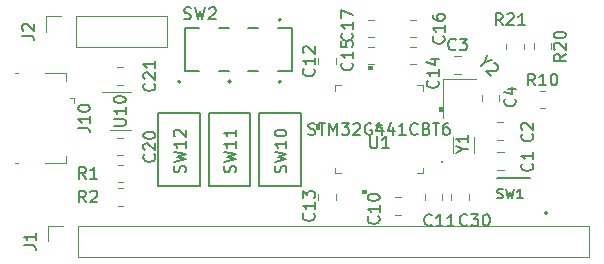
<source format=gbr>
%TF.GenerationSoftware,KiCad,Pcbnew,(5.1.4)-1*%
%TF.CreationDate,2022-06-12T13:28:02-07:00*%
%TF.ProjectId,ManySegDisplayController,4d616e79-5365-4674-9469-73706c617943,rev?*%
%TF.SameCoordinates,Original*%
%TF.FileFunction,Legend,Top*%
%TF.FilePolarity,Positive*%
%FSLAX46Y46*%
G04 Gerber Fmt 4.6, Leading zero omitted, Abs format (unit mm)*
G04 Created by KiCad (PCBNEW (5.1.4)-1) date 2022-06-12 13:28:02*
%MOMM*%
%LPD*%
G04 APERTURE LIST*
%ADD10C,0.120000*%
%ADD11C,0.100000*%
%ADD12C,0.200000*%
%ADD13C,0.127000*%
%ADD14C,0.150000*%
G04 APERTURE END LIST*
D10*
%TO.C,J2*%
X125420000Y-68000000D02*
X125420000Y-66670000D01*
X125420000Y-66670000D02*
X126750000Y-66670000D01*
X128020000Y-66670000D02*
X135700000Y-66670000D01*
X135700000Y-69330000D02*
X135700000Y-66670000D01*
X128020000Y-69330000D02*
X135700000Y-69330000D01*
X128020000Y-69330000D02*
X128020000Y-66670000D01*
%TO.C,U1*%
X157371100Y-72558900D02*
X156885140Y-72558900D01*
X149928900Y-72558900D02*
X149928900Y-73044860D01*
X149928900Y-80001100D02*
X150414860Y-80001100D01*
X157371100Y-80001100D02*
X157371100Y-79515140D01*
X157371100Y-73044860D02*
X157371100Y-72558900D01*
X150414860Y-72558900D02*
X149928900Y-72558900D01*
X149928900Y-79515140D02*
X149928900Y-80001100D01*
X156885140Y-80001100D02*
X157371100Y-80001100D01*
D11*
G36*
X159004899Y-74720501D02*
G01*
X159004899Y-74339501D01*
X158750899Y-74339501D01*
X158750899Y-74720501D01*
X159004899Y-74720501D01*
G37*
X159004899Y-74720501D02*
X159004899Y-74339501D01*
X158750899Y-74339501D01*
X158750899Y-74720501D01*
X159004899Y-74720501D01*
G36*
X153090499Y-71179101D02*
G01*
X153090499Y-70925101D01*
X152709499Y-70925101D01*
X152709499Y-71179101D01*
X153090499Y-71179101D01*
G37*
X153090499Y-71179101D02*
X153090499Y-70925101D01*
X152709499Y-70925101D01*
X152709499Y-71179101D01*
X153090499Y-71179101D01*
G36*
X148295101Y-76220501D02*
G01*
X148295101Y-75839500D01*
X148549101Y-75839500D01*
X148549101Y-76220501D01*
X148295101Y-76220501D01*
G37*
X148295101Y-76220501D02*
X148295101Y-75839500D01*
X148549101Y-75839500D01*
X148549101Y-76220501D01*
X148295101Y-76220501D01*
G36*
X152590500Y-81380899D02*
G01*
X152590500Y-81634899D01*
X152209500Y-81634899D01*
X152209500Y-81380899D01*
X152590500Y-81380899D01*
G37*
X152590500Y-81380899D02*
X152590500Y-81634899D01*
X152209500Y-81634899D01*
X152209500Y-81380899D01*
X152590500Y-81380899D01*
D10*
X159077101Y-79030000D02*
G75*
G03X159077101Y-79030000I-76200J0D01*
G01*
%TO.C,C15*%
X152738748Y-69265000D02*
X153261252Y-69265000D01*
X152738748Y-70735000D02*
X153261252Y-70735000D01*
%TO.C,Y1*%
X159935000Y-76925000D02*
X159935000Y-78275000D01*
X161685000Y-76925000D02*
X161685000Y-78275000D01*
%TO.C,R21*%
X164435000Y-69487064D02*
X164435000Y-69032936D01*
X165905000Y-69487064D02*
X165905000Y-69032936D01*
%TO.C,R20*%
X166735000Y-69447064D02*
X166735000Y-68992936D01*
X168205000Y-69447064D02*
X168205000Y-68992936D01*
%TO.C,R10*%
X167272936Y-74485000D02*
X167727064Y-74485000D01*
X167272936Y-73015000D02*
X167727064Y-73015000D01*
%TO.C,R2*%
X131522936Y-81265000D02*
X131977064Y-81265000D01*
X131522936Y-82735000D02*
X131977064Y-82735000D01*
%TO.C,R1*%
X131522936Y-79265000D02*
X131977064Y-79265000D01*
X131522936Y-80735000D02*
X131977064Y-80735000D01*
%TO.C,Y2*%
X161860000Y-71980000D02*
X159060000Y-71980000D01*
X159060000Y-71980000D02*
X159060000Y-75280000D01*
%TO.C,U10*%
X130850000Y-76360000D02*
X132650000Y-76360000D01*
X132650000Y-73140000D02*
X130200000Y-73140000D01*
D12*
%TO.C,SW12*%
X136850000Y-72240000D02*
G75*
G03X136850000Y-72240000I-100000J0D01*
G01*
D13*
X134980000Y-74890000D02*
X138520000Y-74890000D01*
X134980000Y-81090000D02*
X134980000Y-74890000D01*
X138520000Y-81090000D02*
X134980000Y-81090000D01*
X138520000Y-74890000D02*
X138520000Y-81090000D01*
D12*
%TO.C,SW11*%
X141090000Y-72210000D02*
G75*
G03X141090000Y-72210000I-100000J0D01*
G01*
D13*
X139220000Y-74860000D02*
X142760000Y-74860000D01*
X139220000Y-81060000D02*
X139220000Y-74860000D01*
X142760000Y-81060000D02*
X139220000Y-81060000D01*
X142760000Y-74860000D02*
X142760000Y-81060000D01*
D12*
%TO.C,SW10*%
X145350000Y-72250000D02*
G75*
G03X145350000Y-72250000I-100000J0D01*
G01*
D13*
X143480000Y-74900000D02*
X147020000Y-74900000D01*
X143480000Y-81100000D02*
X143480000Y-74900000D01*
X147020000Y-81100000D02*
X143480000Y-81100000D01*
X147020000Y-74900000D02*
X147020000Y-81100000D01*
%TO.C,SW2*%
X146250000Y-71300000D02*
X145070000Y-71300000D01*
X138430000Y-71300000D02*
X137250000Y-71300000D01*
X137250000Y-71300000D02*
X137250000Y-67700000D01*
X137250000Y-67700000D02*
X138430000Y-67700000D01*
X145070000Y-67700000D02*
X146250000Y-67700000D01*
X146250000Y-67700000D02*
X146250000Y-71300000D01*
D12*
X145350000Y-67000000D02*
G75*
G03X145350000Y-67000000I-100000J0D01*
G01*
D13*
X142570000Y-67700000D02*
X143430000Y-67700000D01*
X143430000Y-71300000D02*
X142570000Y-71300000D01*
X140070000Y-67700000D02*
X140930000Y-67700000D01*
X140930000Y-71300000D02*
X140070000Y-71300000D01*
%TO.C,SW1*%
X166400000Y-80350000D02*
X163600000Y-80350000D01*
D12*
X167900000Y-83350000D02*
G75*
G03X167900000Y-83350000I-100000J0D01*
G01*
D10*
%TO.C,J10*%
X127140000Y-71530000D02*
X127140000Y-72190000D01*
X125410000Y-71530000D02*
X127140000Y-71530000D01*
X122840000Y-79150000D02*
X123050000Y-79150000D01*
X122840000Y-71530000D02*
X123050000Y-71530000D01*
X125410000Y-79150000D02*
X127140000Y-79150000D01*
X127140000Y-79150000D02*
X127140000Y-78500000D01*
X127840000Y-73580000D02*
X127840000Y-74030000D01*
X127840000Y-73580000D02*
X127450000Y-73580000D01*
%TO.C,J1*%
X128190000Y-87080000D02*
X128190000Y-84420000D01*
X128190000Y-87080000D02*
X171430000Y-87080000D01*
X171430000Y-87080000D02*
X171430000Y-84420000D01*
X128190000Y-84420000D02*
X171430000Y-84420000D01*
X125590000Y-84420000D02*
X126920000Y-84420000D01*
X125590000Y-85750000D02*
X125590000Y-84420000D01*
%TO.C,C30*%
X161235000Y-81738748D02*
X161235000Y-82261252D01*
X159765000Y-81738748D02*
X159765000Y-82261252D01*
%TO.C,C21*%
X131488748Y-71015000D02*
X132011252Y-71015000D01*
X131488748Y-72485000D02*
X132011252Y-72485000D01*
%TO.C,C20*%
X131488748Y-77015000D02*
X132011252Y-77015000D01*
X131488748Y-78485000D02*
X132011252Y-78485000D01*
%TO.C,C17*%
X152738748Y-67015000D02*
X153261252Y-67015000D01*
X152738748Y-68485000D02*
X153261252Y-68485000D01*
%TO.C,C16*%
X156761252Y-68485000D02*
X156238748Y-68485000D01*
X156761252Y-67015000D02*
X156238748Y-67015000D01*
%TO.C,C14*%
X156761252Y-70735000D02*
X156238748Y-70735000D01*
X156761252Y-69265000D02*
X156238748Y-69265000D01*
%TO.C,C13*%
X148515000Y-82261252D02*
X148515000Y-81738748D01*
X149985000Y-82261252D02*
X149985000Y-81738748D01*
%TO.C,C12*%
X148515000Y-70761252D02*
X148515000Y-70238748D01*
X149985000Y-70761252D02*
X149985000Y-70238748D01*
%TO.C,C11*%
X158985000Y-81738748D02*
X158985000Y-82261252D01*
X157515000Y-81738748D02*
X157515000Y-82261252D01*
%TO.C,C10*%
X155511252Y-83485000D02*
X154988748Y-83485000D01*
X155511252Y-82015000D02*
X154988748Y-82015000D01*
%TO.C,C4*%
X162365000Y-73871252D02*
X162365000Y-73348748D01*
X163835000Y-73871252D02*
X163835000Y-73348748D01*
%TO.C,C3*%
X160038748Y-70085000D02*
X160561252Y-70085000D01*
X160038748Y-71555000D02*
X160561252Y-71555000D01*
%TO.C,C2*%
X164191252Y-77145000D02*
X163668748Y-77145000D01*
X164191252Y-75675000D02*
X163668748Y-75675000D01*
%TO.C,C1*%
X163678748Y-78215000D02*
X164201252Y-78215000D01*
X163678748Y-79685000D02*
X164201252Y-79685000D01*
%TO.C,J2*%
D14*
X123432380Y-68333333D02*
X124146666Y-68333333D01*
X124289523Y-68380952D01*
X124384761Y-68476190D01*
X124432380Y-68619047D01*
X124432380Y-68714285D01*
X123527619Y-67904761D02*
X123480000Y-67857142D01*
X123432380Y-67761904D01*
X123432380Y-67523809D01*
X123480000Y-67428571D01*
X123527619Y-67380952D01*
X123622857Y-67333333D01*
X123718095Y-67333333D01*
X123860952Y-67380952D01*
X124432380Y-67952380D01*
X124432380Y-67333333D01*
%TO.C,U1*%
X152918095Y-76862380D02*
X152918095Y-77671904D01*
X152965714Y-77767142D01*
X153013333Y-77814761D01*
X153108571Y-77862380D01*
X153299047Y-77862380D01*
X153394285Y-77814761D01*
X153441904Y-77767142D01*
X153489523Y-77671904D01*
X153489523Y-76862380D01*
X154489523Y-77862380D02*
X153918095Y-77862380D01*
X154203809Y-77862380D02*
X154203809Y-76862380D01*
X154108571Y-77005238D01*
X154013333Y-77100476D01*
X153918095Y-77148095D01*
X147673809Y-76684761D02*
X147816666Y-76732380D01*
X148054761Y-76732380D01*
X148150000Y-76684761D01*
X148197619Y-76637142D01*
X148245238Y-76541904D01*
X148245238Y-76446666D01*
X148197619Y-76351428D01*
X148150000Y-76303809D01*
X148054761Y-76256190D01*
X147864285Y-76208571D01*
X147769047Y-76160952D01*
X147721428Y-76113333D01*
X147673809Y-76018095D01*
X147673809Y-75922857D01*
X147721428Y-75827619D01*
X147769047Y-75780000D01*
X147864285Y-75732380D01*
X148102380Y-75732380D01*
X148245238Y-75780000D01*
X148530952Y-75732380D02*
X149102380Y-75732380D01*
X148816666Y-76732380D02*
X148816666Y-75732380D01*
X149435714Y-76732380D02*
X149435714Y-75732380D01*
X149769047Y-76446666D01*
X150102380Y-75732380D01*
X150102380Y-76732380D01*
X150483333Y-75732380D02*
X151102380Y-75732380D01*
X150769047Y-76113333D01*
X150911904Y-76113333D01*
X151007142Y-76160952D01*
X151054761Y-76208571D01*
X151102380Y-76303809D01*
X151102380Y-76541904D01*
X151054761Y-76637142D01*
X151007142Y-76684761D01*
X150911904Y-76732380D01*
X150626190Y-76732380D01*
X150530952Y-76684761D01*
X150483333Y-76637142D01*
X151483333Y-75827619D02*
X151530952Y-75780000D01*
X151626190Y-75732380D01*
X151864285Y-75732380D01*
X151959523Y-75780000D01*
X152007142Y-75827619D01*
X152054761Y-75922857D01*
X152054761Y-76018095D01*
X152007142Y-76160952D01*
X151435714Y-76732380D01*
X152054761Y-76732380D01*
X153007142Y-75780000D02*
X152911904Y-75732380D01*
X152769047Y-75732380D01*
X152626190Y-75780000D01*
X152530952Y-75875238D01*
X152483333Y-75970476D01*
X152435714Y-76160952D01*
X152435714Y-76303809D01*
X152483333Y-76494285D01*
X152530952Y-76589523D01*
X152626190Y-76684761D01*
X152769047Y-76732380D01*
X152864285Y-76732380D01*
X153007142Y-76684761D01*
X153054761Y-76637142D01*
X153054761Y-76303809D01*
X152864285Y-76303809D01*
X153911904Y-76065714D02*
X153911904Y-76732380D01*
X153673809Y-75684761D02*
X153435714Y-76399047D01*
X154054761Y-76399047D01*
X154864285Y-76065714D02*
X154864285Y-76732380D01*
X154626190Y-75684761D02*
X154388095Y-76399047D01*
X155007142Y-76399047D01*
X155911904Y-76732380D02*
X155340476Y-76732380D01*
X155626190Y-76732380D02*
X155626190Y-75732380D01*
X155530952Y-75875238D01*
X155435714Y-75970476D01*
X155340476Y-76018095D01*
X156911904Y-76637142D02*
X156864285Y-76684761D01*
X156721428Y-76732380D01*
X156626190Y-76732380D01*
X156483333Y-76684761D01*
X156388095Y-76589523D01*
X156340476Y-76494285D01*
X156292857Y-76303809D01*
X156292857Y-76160952D01*
X156340476Y-75970476D01*
X156388095Y-75875238D01*
X156483333Y-75780000D01*
X156626190Y-75732380D01*
X156721428Y-75732380D01*
X156864285Y-75780000D01*
X156911904Y-75827619D01*
X157673809Y-76208571D02*
X157816666Y-76256190D01*
X157864285Y-76303809D01*
X157911904Y-76399047D01*
X157911904Y-76541904D01*
X157864285Y-76637142D01*
X157816666Y-76684761D01*
X157721428Y-76732380D01*
X157340476Y-76732380D01*
X157340476Y-75732380D01*
X157673809Y-75732380D01*
X157769047Y-75780000D01*
X157816666Y-75827619D01*
X157864285Y-75922857D01*
X157864285Y-76018095D01*
X157816666Y-76113333D01*
X157769047Y-76160952D01*
X157673809Y-76208571D01*
X157340476Y-76208571D01*
X158197619Y-75732380D02*
X158769047Y-75732380D01*
X158483333Y-76732380D02*
X158483333Y-75732380D01*
X159530952Y-75732380D02*
X159340476Y-75732380D01*
X159245238Y-75780000D01*
X159197619Y-75827619D01*
X159102380Y-75970476D01*
X159054761Y-76160952D01*
X159054761Y-76541904D01*
X159102380Y-76637142D01*
X159150000Y-76684761D01*
X159245238Y-76732380D01*
X159435714Y-76732380D01*
X159530952Y-76684761D01*
X159578571Y-76637142D01*
X159626190Y-76541904D01*
X159626190Y-76303809D01*
X159578571Y-76208571D01*
X159530952Y-76160952D01*
X159435714Y-76113333D01*
X159245238Y-76113333D01*
X159150000Y-76160952D01*
X159102380Y-76208571D01*
X159054761Y-76303809D01*
X153650000Y-75732380D02*
X153650000Y-75970476D01*
X153411904Y-75875238D02*
X153650000Y-75970476D01*
X153888095Y-75875238D01*
X153507142Y-76160952D02*
X153650000Y-75970476D01*
X153792857Y-76160952D01*
%TO.C,C15*%
X151357142Y-70642857D02*
X151404761Y-70690476D01*
X151452380Y-70833333D01*
X151452380Y-70928571D01*
X151404761Y-71071428D01*
X151309523Y-71166666D01*
X151214285Y-71214285D01*
X151023809Y-71261904D01*
X150880952Y-71261904D01*
X150690476Y-71214285D01*
X150595238Y-71166666D01*
X150500000Y-71071428D01*
X150452380Y-70928571D01*
X150452380Y-70833333D01*
X150500000Y-70690476D01*
X150547619Y-70642857D01*
X151452380Y-69690476D02*
X151452380Y-70261904D01*
X151452380Y-69976190D02*
X150452380Y-69976190D01*
X150595238Y-70071428D01*
X150690476Y-70166666D01*
X150738095Y-70261904D01*
X150452380Y-68785714D02*
X150452380Y-69261904D01*
X150928571Y-69309523D01*
X150880952Y-69261904D01*
X150833333Y-69166666D01*
X150833333Y-68928571D01*
X150880952Y-68833333D01*
X150928571Y-68785714D01*
X151023809Y-68738095D01*
X151261904Y-68738095D01*
X151357142Y-68785714D01*
X151404761Y-68833333D01*
X151452380Y-68928571D01*
X151452380Y-69166666D01*
X151404761Y-69261904D01*
X151357142Y-69309523D01*
%TO.C,Y1*%
X160726190Y-77976190D02*
X161202380Y-77976190D01*
X160202380Y-78309523D02*
X160726190Y-77976190D01*
X160202380Y-77642857D01*
X161202380Y-76785714D02*
X161202380Y-77357142D01*
X161202380Y-77071428D02*
X160202380Y-77071428D01*
X160345238Y-77166666D01*
X160440476Y-77261904D01*
X160488095Y-77357142D01*
%TO.C,R21*%
X164107142Y-67452380D02*
X163773809Y-66976190D01*
X163535714Y-67452380D02*
X163535714Y-66452380D01*
X163916666Y-66452380D01*
X164011904Y-66500000D01*
X164059523Y-66547619D01*
X164107142Y-66642857D01*
X164107142Y-66785714D01*
X164059523Y-66880952D01*
X164011904Y-66928571D01*
X163916666Y-66976190D01*
X163535714Y-66976190D01*
X164488095Y-66547619D02*
X164535714Y-66500000D01*
X164630952Y-66452380D01*
X164869047Y-66452380D01*
X164964285Y-66500000D01*
X165011904Y-66547619D01*
X165059523Y-66642857D01*
X165059523Y-66738095D01*
X165011904Y-66880952D01*
X164440476Y-67452380D01*
X165059523Y-67452380D01*
X166011904Y-67452380D02*
X165440476Y-67452380D01*
X165726190Y-67452380D02*
X165726190Y-66452380D01*
X165630952Y-66595238D01*
X165535714Y-66690476D01*
X165440476Y-66738095D01*
%TO.C,R20*%
X169452380Y-69892857D02*
X168976190Y-70226190D01*
X169452380Y-70464285D02*
X168452380Y-70464285D01*
X168452380Y-70083333D01*
X168500000Y-69988095D01*
X168547619Y-69940476D01*
X168642857Y-69892857D01*
X168785714Y-69892857D01*
X168880952Y-69940476D01*
X168928571Y-69988095D01*
X168976190Y-70083333D01*
X168976190Y-70464285D01*
X168547619Y-69511904D02*
X168500000Y-69464285D01*
X168452380Y-69369047D01*
X168452380Y-69130952D01*
X168500000Y-69035714D01*
X168547619Y-68988095D01*
X168642857Y-68940476D01*
X168738095Y-68940476D01*
X168880952Y-68988095D01*
X169452380Y-69559523D01*
X169452380Y-68940476D01*
X168452380Y-68321428D02*
X168452380Y-68226190D01*
X168500000Y-68130952D01*
X168547619Y-68083333D01*
X168642857Y-68035714D01*
X168833333Y-67988095D01*
X169071428Y-67988095D01*
X169261904Y-68035714D01*
X169357142Y-68083333D01*
X169404761Y-68130952D01*
X169452380Y-68226190D01*
X169452380Y-68321428D01*
X169404761Y-68416666D01*
X169357142Y-68464285D01*
X169261904Y-68511904D01*
X169071428Y-68559523D01*
X168833333Y-68559523D01*
X168642857Y-68511904D01*
X168547619Y-68464285D01*
X168500000Y-68416666D01*
X168452380Y-68321428D01*
%TO.C,R10*%
X166857142Y-72552380D02*
X166523809Y-72076190D01*
X166285714Y-72552380D02*
X166285714Y-71552380D01*
X166666666Y-71552380D01*
X166761904Y-71600000D01*
X166809523Y-71647619D01*
X166857142Y-71742857D01*
X166857142Y-71885714D01*
X166809523Y-71980952D01*
X166761904Y-72028571D01*
X166666666Y-72076190D01*
X166285714Y-72076190D01*
X167809523Y-72552380D02*
X167238095Y-72552380D01*
X167523809Y-72552380D02*
X167523809Y-71552380D01*
X167428571Y-71695238D01*
X167333333Y-71790476D01*
X167238095Y-71838095D01*
X168428571Y-71552380D02*
X168523809Y-71552380D01*
X168619047Y-71600000D01*
X168666666Y-71647619D01*
X168714285Y-71742857D01*
X168761904Y-71933333D01*
X168761904Y-72171428D01*
X168714285Y-72361904D01*
X168666666Y-72457142D01*
X168619047Y-72504761D01*
X168523809Y-72552380D01*
X168428571Y-72552380D01*
X168333333Y-72504761D01*
X168285714Y-72457142D01*
X168238095Y-72361904D01*
X168190476Y-72171428D01*
X168190476Y-71933333D01*
X168238095Y-71742857D01*
X168285714Y-71647619D01*
X168333333Y-71600000D01*
X168428571Y-71552380D01*
%TO.C,R2*%
X128833333Y-82452380D02*
X128500000Y-81976190D01*
X128261904Y-82452380D02*
X128261904Y-81452380D01*
X128642857Y-81452380D01*
X128738095Y-81500000D01*
X128785714Y-81547619D01*
X128833333Y-81642857D01*
X128833333Y-81785714D01*
X128785714Y-81880952D01*
X128738095Y-81928571D01*
X128642857Y-81976190D01*
X128261904Y-81976190D01*
X129214285Y-81547619D02*
X129261904Y-81500000D01*
X129357142Y-81452380D01*
X129595238Y-81452380D01*
X129690476Y-81500000D01*
X129738095Y-81547619D01*
X129785714Y-81642857D01*
X129785714Y-81738095D01*
X129738095Y-81880952D01*
X129166666Y-82452380D01*
X129785714Y-82452380D01*
%TO.C,R1*%
X128833333Y-80452380D02*
X128500000Y-79976190D01*
X128261904Y-80452380D02*
X128261904Y-79452380D01*
X128642857Y-79452380D01*
X128738095Y-79500000D01*
X128785714Y-79547619D01*
X128833333Y-79642857D01*
X128833333Y-79785714D01*
X128785714Y-79880952D01*
X128738095Y-79928571D01*
X128642857Y-79976190D01*
X128261904Y-79976190D01*
X129785714Y-80452380D02*
X129214285Y-80452380D01*
X129500000Y-80452380D02*
X129500000Y-79452380D01*
X129404761Y-79595238D01*
X129309523Y-79690476D01*
X129214285Y-79738095D01*
%TO.C,Y2*%
X162650118Y-70556446D02*
X162313400Y-70893164D01*
X162784805Y-69950355D02*
X162650118Y-70556446D01*
X163256209Y-70421759D01*
X163390896Y-70691133D02*
X163458240Y-70691133D01*
X163559255Y-70724805D01*
X163727614Y-70893164D01*
X163761286Y-70994179D01*
X163761286Y-71061522D01*
X163727614Y-71162538D01*
X163660270Y-71229881D01*
X163525583Y-71297225D01*
X162717461Y-71297225D01*
X163155194Y-71734957D01*
%TO.C,U10*%
X131202380Y-75988095D02*
X132011904Y-75988095D01*
X132107142Y-75940476D01*
X132154761Y-75892857D01*
X132202380Y-75797619D01*
X132202380Y-75607142D01*
X132154761Y-75511904D01*
X132107142Y-75464285D01*
X132011904Y-75416666D01*
X131202380Y-75416666D01*
X132202380Y-74416666D02*
X132202380Y-74988095D01*
X132202380Y-74702380D02*
X131202380Y-74702380D01*
X131345238Y-74797619D01*
X131440476Y-74892857D01*
X131488095Y-74988095D01*
X131202380Y-73797619D02*
X131202380Y-73702380D01*
X131250000Y-73607142D01*
X131297619Y-73559523D01*
X131392857Y-73511904D01*
X131583333Y-73464285D01*
X131821428Y-73464285D01*
X132011904Y-73511904D01*
X132107142Y-73559523D01*
X132154761Y-73607142D01*
X132202380Y-73702380D01*
X132202380Y-73797619D01*
X132154761Y-73892857D01*
X132107142Y-73940476D01*
X132011904Y-73988095D01*
X131821428Y-74035714D01*
X131583333Y-74035714D01*
X131392857Y-73988095D01*
X131297619Y-73940476D01*
X131250000Y-73892857D01*
X131202380Y-73797619D01*
%TO.C,SW12*%
X137224761Y-79909523D02*
X137272380Y-79766666D01*
X137272380Y-79528571D01*
X137224761Y-79433333D01*
X137177142Y-79385714D01*
X137081904Y-79338095D01*
X136986666Y-79338095D01*
X136891428Y-79385714D01*
X136843809Y-79433333D01*
X136796190Y-79528571D01*
X136748571Y-79719047D01*
X136700952Y-79814285D01*
X136653333Y-79861904D01*
X136558095Y-79909523D01*
X136462857Y-79909523D01*
X136367619Y-79861904D01*
X136320000Y-79814285D01*
X136272380Y-79719047D01*
X136272380Y-79480952D01*
X136320000Y-79338095D01*
X136272380Y-79004761D02*
X137272380Y-78766666D01*
X136558095Y-78576190D01*
X137272380Y-78385714D01*
X136272380Y-78147619D01*
X137272380Y-77242857D02*
X137272380Y-77814285D01*
X137272380Y-77528571D02*
X136272380Y-77528571D01*
X136415238Y-77623809D01*
X136510476Y-77719047D01*
X136558095Y-77814285D01*
X136367619Y-76861904D02*
X136320000Y-76814285D01*
X136272380Y-76719047D01*
X136272380Y-76480952D01*
X136320000Y-76385714D01*
X136367619Y-76338095D01*
X136462857Y-76290476D01*
X136558095Y-76290476D01*
X136700952Y-76338095D01*
X137272380Y-76909523D01*
X137272380Y-76290476D01*
%TO.C,SW11*%
X141484761Y-79909523D02*
X141532380Y-79766666D01*
X141532380Y-79528571D01*
X141484761Y-79433333D01*
X141437142Y-79385714D01*
X141341904Y-79338095D01*
X141246666Y-79338095D01*
X141151428Y-79385714D01*
X141103809Y-79433333D01*
X141056190Y-79528571D01*
X141008571Y-79719047D01*
X140960952Y-79814285D01*
X140913333Y-79861904D01*
X140818095Y-79909523D01*
X140722857Y-79909523D01*
X140627619Y-79861904D01*
X140580000Y-79814285D01*
X140532380Y-79719047D01*
X140532380Y-79480952D01*
X140580000Y-79338095D01*
X140532380Y-79004761D02*
X141532380Y-78766666D01*
X140818095Y-78576190D01*
X141532380Y-78385714D01*
X140532380Y-78147619D01*
X141532380Y-77242857D02*
X141532380Y-77814285D01*
X141532380Y-77528571D02*
X140532380Y-77528571D01*
X140675238Y-77623809D01*
X140770476Y-77719047D01*
X140818095Y-77814285D01*
X141532380Y-76290476D02*
X141532380Y-76861904D01*
X141532380Y-76576190D02*
X140532380Y-76576190D01*
X140675238Y-76671428D01*
X140770476Y-76766666D01*
X140818095Y-76861904D01*
%TO.C,SW10*%
X145764761Y-79909523D02*
X145812380Y-79766666D01*
X145812380Y-79528571D01*
X145764761Y-79433333D01*
X145717142Y-79385714D01*
X145621904Y-79338095D01*
X145526666Y-79338095D01*
X145431428Y-79385714D01*
X145383809Y-79433333D01*
X145336190Y-79528571D01*
X145288571Y-79719047D01*
X145240952Y-79814285D01*
X145193333Y-79861904D01*
X145098095Y-79909523D01*
X145002857Y-79909523D01*
X144907619Y-79861904D01*
X144860000Y-79814285D01*
X144812380Y-79719047D01*
X144812380Y-79480952D01*
X144860000Y-79338095D01*
X144812380Y-79004761D02*
X145812380Y-78766666D01*
X145098095Y-78576190D01*
X145812380Y-78385714D01*
X144812380Y-78147619D01*
X145812380Y-77242857D02*
X145812380Y-77814285D01*
X145812380Y-77528571D02*
X144812380Y-77528571D01*
X144955238Y-77623809D01*
X145050476Y-77719047D01*
X145098095Y-77814285D01*
X144812380Y-76623809D02*
X144812380Y-76528571D01*
X144860000Y-76433333D01*
X144907619Y-76385714D01*
X145002857Y-76338095D01*
X145193333Y-76290476D01*
X145431428Y-76290476D01*
X145621904Y-76338095D01*
X145717142Y-76385714D01*
X145764761Y-76433333D01*
X145812380Y-76528571D01*
X145812380Y-76623809D01*
X145764761Y-76719047D01*
X145717142Y-76766666D01*
X145621904Y-76814285D01*
X145431428Y-76861904D01*
X145193333Y-76861904D01*
X145002857Y-76814285D01*
X144907619Y-76766666D01*
X144860000Y-76719047D01*
X144812380Y-76623809D01*
%TO.C,SW2*%
X137166666Y-66904761D02*
X137309523Y-66952380D01*
X137547619Y-66952380D01*
X137642857Y-66904761D01*
X137690476Y-66857142D01*
X137738095Y-66761904D01*
X137738095Y-66666666D01*
X137690476Y-66571428D01*
X137642857Y-66523809D01*
X137547619Y-66476190D01*
X137357142Y-66428571D01*
X137261904Y-66380952D01*
X137214285Y-66333333D01*
X137166666Y-66238095D01*
X137166666Y-66142857D01*
X137214285Y-66047619D01*
X137261904Y-66000000D01*
X137357142Y-65952380D01*
X137595238Y-65952380D01*
X137738095Y-66000000D01*
X138071428Y-65952380D02*
X138309523Y-66952380D01*
X138500000Y-66238095D01*
X138690476Y-66952380D01*
X138928571Y-65952380D01*
X139261904Y-66047619D02*
X139309523Y-66000000D01*
X139404761Y-65952380D01*
X139642857Y-65952380D01*
X139738095Y-66000000D01*
X139785714Y-66047619D01*
X139833333Y-66142857D01*
X139833333Y-66238095D01*
X139785714Y-66380952D01*
X139214285Y-66952380D01*
X139833333Y-66952380D01*
%TO.C,SW1*%
X163680886Y-82074552D02*
X163795434Y-82112734D01*
X163986347Y-82112734D01*
X164062712Y-82074552D01*
X164100895Y-82036369D01*
X164139078Y-81960004D01*
X164139078Y-81883639D01*
X164100895Y-81807273D01*
X164062712Y-81769091D01*
X163986347Y-81730908D01*
X163833617Y-81692726D01*
X163757251Y-81654543D01*
X163719069Y-81616360D01*
X163680886Y-81539995D01*
X163680886Y-81463630D01*
X163719069Y-81387265D01*
X163757251Y-81349082D01*
X163833617Y-81310899D01*
X164024530Y-81310899D01*
X164139078Y-81349082D01*
X164406356Y-81310899D02*
X164597269Y-82112734D01*
X164750000Y-81539995D01*
X164902730Y-82112734D01*
X165093643Y-81310899D01*
X165819113Y-82112734D02*
X165360921Y-82112734D01*
X165590017Y-82112734D02*
X165590017Y-81310899D01*
X165513652Y-81425447D01*
X165437287Y-81501812D01*
X165360921Y-81539995D01*
%TO.C,J10*%
X128182380Y-76149523D02*
X128896666Y-76149523D01*
X129039523Y-76197142D01*
X129134761Y-76292380D01*
X129182380Y-76435238D01*
X129182380Y-76530476D01*
X129182380Y-75149523D02*
X129182380Y-75720952D01*
X129182380Y-75435238D02*
X128182380Y-75435238D01*
X128325238Y-75530476D01*
X128420476Y-75625714D01*
X128468095Y-75720952D01*
X128182380Y-74530476D02*
X128182380Y-74435238D01*
X128230000Y-74340000D01*
X128277619Y-74292380D01*
X128372857Y-74244761D01*
X128563333Y-74197142D01*
X128801428Y-74197142D01*
X128991904Y-74244761D01*
X129087142Y-74292380D01*
X129134761Y-74340000D01*
X129182380Y-74435238D01*
X129182380Y-74530476D01*
X129134761Y-74625714D01*
X129087142Y-74673333D01*
X128991904Y-74720952D01*
X128801428Y-74768571D01*
X128563333Y-74768571D01*
X128372857Y-74720952D01*
X128277619Y-74673333D01*
X128230000Y-74625714D01*
X128182380Y-74530476D01*
%TO.C,J1*%
X123602380Y-86083333D02*
X124316666Y-86083333D01*
X124459523Y-86130952D01*
X124554761Y-86226190D01*
X124602380Y-86369047D01*
X124602380Y-86464285D01*
X124602380Y-85083333D02*
X124602380Y-85654761D01*
X124602380Y-85369047D02*
X123602380Y-85369047D01*
X123745238Y-85464285D01*
X123840476Y-85559523D01*
X123888095Y-85654761D01*
%TO.C,C30*%
X161107142Y-84357142D02*
X161059523Y-84404761D01*
X160916666Y-84452380D01*
X160821428Y-84452380D01*
X160678571Y-84404761D01*
X160583333Y-84309523D01*
X160535714Y-84214285D01*
X160488095Y-84023809D01*
X160488095Y-83880952D01*
X160535714Y-83690476D01*
X160583333Y-83595238D01*
X160678571Y-83500000D01*
X160821428Y-83452380D01*
X160916666Y-83452380D01*
X161059523Y-83500000D01*
X161107142Y-83547619D01*
X161440476Y-83452380D02*
X162059523Y-83452380D01*
X161726190Y-83833333D01*
X161869047Y-83833333D01*
X161964285Y-83880952D01*
X162011904Y-83928571D01*
X162059523Y-84023809D01*
X162059523Y-84261904D01*
X162011904Y-84357142D01*
X161964285Y-84404761D01*
X161869047Y-84452380D01*
X161583333Y-84452380D01*
X161488095Y-84404761D01*
X161440476Y-84357142D01*
X162678571Y-83452380D02*
X162773809Y-83452380D01*
X162869047Y-83500000D01*
X162916666Y-83547619D01*
X162964285Y-83642857D01*
X163011904Y-83833333D01*
X163011904Y-84071428D01*
X162964285Y-84261904D01*
X162916666Y-84357142D01*
X162869047Y-84404761D01*
X162773809Y-84452380D01*
X162678571Y-84452380D01*
X162583333Y-84404761D01*
X162535714Y-84357142D01*
X162488095Y-84261904D01*
X162440476Y-84071428D01*
X162440476Y-83833333D01*
X162488095Y-83642857D01*
X162535714Y-83547619D01*
X162583333Y-83500000D01*
X162678571Y-83452380D01*
%TO.C,C21*%
X134607142Y-72392857D02*
X134654761Y-72440476D01*
X134702380Y-72583333D01*
X134702380Y-72678571D01*
X134654761Y-72821428D01*
X134559523Y-72916666D01*
X134464285Y-72964285D01*
X134273809Y-73011904D01*
X134130952Y-73011904D01*
X133940476Y-72964285D01*
X133845238Y-72916666D01*
X133750000Y-72821428D01*
X133702380Y-72678571D01*
X133702380Y-72583333D01*
X133750000Y-72440476D01*
X133797619Y-72392857D01*
X133797619Y-72011904D02*
X133750000Y-71964285D01*
X133702380Y-71869047D01*
X133702380Y-71630952D01*
X133750000Y-71535714D01*
X133797619Y-71488095D01*
X133892857Y-71440476D01*
X133988095Y-71440476D01*
X134130952Y-71488095D01*
X134702380Y-72059523D01*
X134702380Y-71440476D01*
X134702380Y-70488095D02*
X134702380Y-71059523D01*
X134702380Y-70773809D02*
X133702380Y-70773809D01*
X133845238Y-70869047D01*
X133940476Y-70964285D01*
X133988095Y-71059523D01*
%TO.C,C20*%
X134607142Y-78392857D02*
X134654761Y-78440476D01*
X134702380Y-78583333D01*
X134702380Y-78678571D01*
X134654761Y-78821428D01*
X134559523Y-78916666D01*
X134464285Y-78964285D01*
X134273809Y-79011904D01*
X134130952Y-79011904D01*
X133940476Y-78964285D01*
X133845238Y-78916666D01*
X133750000Y-78821428D01*
X133702380Y-78678571D01*
X133702380Y-78583333D01*
X133750000Y-78440476D01*
X133797619Y-78392857D01*
X133797619Y-78011904D02*
X133750000Y-77964285D01*
X133702380Y-77869047D01*
X133702380Y-77630952D01*
X133750000Y-77535714D01*
X133797619Y-77488095D01*
X133892857Y-77440476D01*
X133988095Y-77440476D01*
X134130952Y-77488095D01*
X134702380Y-78059523D01*
X134702380Y-77440476D01*
X133702380Y-76821428D02*
X133702380Y-76726190D01*
X133750000Y-76630952D01*
X133797619Y-76583333D01*
X133892857Y-76535714D01*
X134083333Y-76488095D01*
X134321428Y-76488095D01*
X134511904Y-76535714D01*
X134607142Y-76583333D01*
X134654761Y-76630952D01*
X134702380Y-76726190D01*
X134702380Y-76821428D01*
X134654761Y-76916666D01*
X134607142Y-76964285D01*
X134511904Y-77011904D01*
X134321428Y-77059523D01*
X134083333Y-77059523D01*
X133892857Y-77011904D01*
X133797619Y-76964285D01*
X133750000Y-76916666D01*
X133702380Y-76821428D01*
%TO.C,C17*%
X151357142Y-68142857D02*
X151404761Y-68190476D01*
X151452380Y-68333333D01*
X151452380Y-68428571D01*
X151404761Y-68571428D01*
X151309523Y-68666666D01*
X151214285Y-68714285D01*
X151023809Y-68761904D01*
X150880952Y-68761904D01*
X150690476Y-68714285D01*
X150595238Y-68666666D01*
X150500000Y-68571428D01*
X150452380Y-68428571D01*
X150452380Y-68333333D01*
X150500000Y-68190476D01*
X150547619Y-68142857D01*
X151452380Y-67190476D02*
X151452380Y-67761904D01*
X151452380Y-67476190D02*
X150452380Y-67476190D01*
X150595238Y-67571428D01*
X150690476Y-67666666D01*
X150738095Y-67761904D01*
X150452380Y-66857142D02*
X150452380Y-66190476D01*
X151452380Y-66619047D01*
%TO.C,C16*%
X159107142Y-68392857D02*
X159154761Y-68440476D01*
X159202380Y-68583333D01*
X159202380Y-68678571D01*
X159154761Y-68821428D01*
X159059523Y-68916666D01*
X158964285Y-68964285D01*
X158773809Y-69011904D01*
X158630952Y-69011904D01*
X158440476Y-68964285D01*
X158345238Y-68916666D01*
X158250000Y-68821428D01*
X158202380Y-68678571D01*
X158202380Y-68583333D01*
X158250000Y-68440476D01*
X158297619Y-68392857D01*
X159202380Y-67440476D02*
X159202380Y-68011904D01*
X159202380Y-67726190D02*
X158202380Y-67726190D01*
X158345238Y-67821428D01*
X158440476Y-67916666D01*
X158488095Y-68011904D01*
X158202380Y-66583333D02*
X158202380Y-66773809D01*
X158250000Y-66869047D01*
X158297619Y-66916666D01*
X158440476Y-67011904D01*
X158630952Y-67059523D01*
X159011904Y-67059523D01*
X159107142Y-67011904D01*
X159154761Y-66964285D01*
X159202380Y-66869047D01*
X159202380Y-66678571D01*
X159154761Y-66583333D01*
X159107142Y-66535714D01*
X159011904Y-66488095D01*
X158773809Y-66488095D01*
X158678571Y-66535714D01*
X158630952Y-66583333D01*
X158583333Y-66678571D01*
X158583333Y-66869047D01*
X158630952Y-66964285D01*
X158678571Y-67011904D01*
X158773809Y-67059523D01*
%TO.C,C14*%
X158607142Y-72142857D02*
X158654761Y-72190476D01*
X158702380Y-72333333D01*
X158702380Y-72428571D01*
X158654761Y-72571428D01*
X158559523Y-72666666D01*
X158464285Y-72714285D01*
X158273809Y-72761904D01*
X158130952Y-72761904D01*
X157940476Y-72714285D01*
X157845238Y-72666666D01*
X157750000Y-72571428D01*
X157702380Y-72428571D01*
X157702380Y-72333333D01*
X157750000Y-72190476D01*
X157797619Y-72142857D01*
X158702380Y-71190476D02*
X158702380Y-71761904D01*
X158702380Y-71476190D02*
X157702380Y-71476190D01*
X157845238Y-71571428D01*
X157940476Y-71666666D01*
X157988095Y-71761904D01*
X158035714Y-70333333D02*
X158702380Y-70333333D01*
X157654761Y-70571428D02*
X158369047Y-70809523D01*
X158369047Y-70190476D01*
%TO.C,C13*%
X148107142Y-83392857D02*
X148154761Y-83440476D01*
X148202380Y-83583333D01*
X148202380Y-83678571D01*
X148154761Y-83821428D01*
X148059523Y-83916666D01*
X147964285Y-83964285D01*
X147773809Y-84011904D01*
X147630952Y-84011904D01*
X147440476Y-83964285D01*
X147345238Y-83916666D01*
X147250000Y-83821428D01*
X147202380Y-83678571D01*
X147202380Y-83583333D01*
X147250000Y-83440476D01*
X147297619Y-83392857D01*
X148202380Y-82440476D02*
X148202380Y-83011904D01*
X148202380Y-82726190D02*
X147202380Y-82726190D01*
X147345238Y-82821428D01*
X147440476Y-82916666D01*
X147488095Y-83011904D01*
X147202380Y-82107142D02*
X147202380Y-81488095D01*
X147583333Y-81821428D01*
X147583333Y-81678571D01*
X147630952Y-81583333D01*
X147678571Y-81535714D01*
X147773809Y-81488095D01*
X148011904Y-81488095D01*
X148107142Y-81535714D01*
X148154761Y-81583333D01*
X148202380Y-81678571D01*
X148202380Y-81964285D01*
X148154761Y-82059523D01*
X148107142Y-82107142D01*
%TO.C,C12*%
X148107142Y-71142857D02*
X148154761Y-71190476D01*
X148202380Y-71333333D01*
X148202380Y-71428571D01*
X148154761Y-71571428D01*
X148059523Y-71666666D01*
X147964285Y-71714285D01*
X147773809Y-71761904D01*
X147630952Y-71761904D01*
X147440476Y-71714285D01*
X147345238Y-71666666D01*
X147250000Y-71571428D01*
X147202380Y-71428571D01*
X147202380Y-71333333D01*
X147250000Y-71190476D01*
X147297619Y-71142857D01*
X148202380Y-70190476D02*
X148202380Y-70761904D01*
X148202380Y-70476190D02*
X147202380Y-70476190D01*
X147345238Y-70571428D01*
X147440476Y-70666666D01*
X147488095Y-70761904D01*
X147297619Y-69809523D02*
X147250000Y-69761904D01*
X147202380Y-69666666D01*
X147202380Y-69428571D01*
X147250000Y-69333333D01*
X147297619Y-69285714D01*
X147392857Y-69238095D01*
X147488095Y-69238095D01*
X147630952Y-69285714D01*
X148202380Y-69857142D01*
X148202380Y-69238095D01*
%TO.C,C11*%
X158107142Y-84357142D02*
X158059523Y-84404761D01*
X157916666Y-84452380D01*
X157821428Y-84452380D01*
X157678571Y-84404761D01*
X157583333Y-84309523D01*
X157535714Y-84214285D01*
X157488095Y-84023809D01*
X157488095Y-83880952D01*
X157535714Y-83690476D01*
X157583333Y-83595238D01*
X157678571Y-83500000D01*
X157821428Y-83452380D01*
X157916666Y-83452380D01*
X158059523Y-83500000D01*
X158107142Y-83547619D01*
X159059523Y-84452380D02*
X158488095Y-84452380D01*
X158773809Y-84452380D02*
X158773809Y-83452380D01*
X158678571Y-83595238D01*
X158583333Y-83690476D01*
X158488095Y-83738095D01*
X160011904Y-84452380D02*
X159440476Y-84452380D01*
X159726190Y-84452380D02*
X159726190Y-83452380D01*
X159630952Y-83595238D01*
X159535714Y-83690476D01*
X159440476Y-83738095D01*
%TO.C,C10*%
X153607142Y-83642857D02*
X153654761Y-83690476D01*
X153702380Y-83833333D01*
X153702380Y-83928571D01*
X153654761Y-84071428D01*
X153559523Y-84166666D01*
X153464285Y-84214285D01*
X153273809Y-84261904D01*
X153130952Y-84261904D01*
X152940476Y-84214285D01*
X152845238Y-84166666D01*
X152750000Y-84071428D01*
X152702380Y-83928571D01*
X152702380Y-83833333D01*
X152750000Y-83690476D01*
X152797619Y-83642857D01*
X153702380Y-82690476D02*
X153702380Y-83261904D01*
X153702380Y-82976190D02*
X152702380Y-82976190D01*
X152845238Y-83071428D01*
X152940476Y-83166666D01*
X152988095Y-83261904D01*
X152702380Y-82071428D02*
X152702380Y-81976190D01*
X152750000Y-81880952D01*
X152797619Y-81833333D01*
X152892857Y-81785714D01*
X153083333Y-81738095D01*
X153321428Y-81738095D01*
X153511904Y-81785714D01*
X153607142Y-81833333D01*
X153654761Y-81880952D01*
X153702380Y-81976190D01*
X153702380Y-82071428D01*
X153654761Y-82166666D01*
X153607142Y-82214285D01*
X153511904Y-82261904D01*
X153321428Y-82309523D01*
X153083333Y-82309523D01*
X152892857Y-82261904D01*
X152797619Y-82214285D01*
X152750000Y-82166666D01*
X152702380Y-82071428D01*
%TO.C,C4*%
X165157142Y-73696666D02*
X165204761Y-73744285D01*
X165252380Y-73887142D01*
X165252380Y-73982380D01*
X165204761Y-74125238D01*
X165109523Y-74220476D01*
X165014285Y-74268095D01*
X164823809Y-74315714D01*
X164680952Y-74315714D01*
X164490476Y-74268095D01*
X164395238Y-74220476D01*
X164300000Y-74125238D01*
X164252380Y-73982380D01*
X164252380Y-73887142D01*
X164300000Y-73744285D01*
X164347619Y-73696666D01*
X164585714Y-72839523D02*
X165252380Y-72839523D01*
X164204761Y-73077619D02*
X164919047Y-73315714D01*
X164919047Y-72696666D01*
%TO.C,C3*%
X160133333Y-69497142D02*
X160085714Y-69544761D01*
X159942857Y-69592380D01*
X159847619Y-69592380D01*
X159704761Y-69544761D01*
X159609523Y-69449523D01*
X159561904Y-69354285D01*
X159514285Y-69163809D01*
X159514285Y-69020952D01*
X159561904Y-68830476D01*
X159609523Y-68735238D01*
X159704761Y-68640000D01*
X159847619Y-68592380D01*
X159942857Y-68592380D01*
X160085714Y-68640000D01*
X160133333Y-68687619D01*
X160466666Y-68592380D02*
X161085714Y-68592380D01*
X160752380Y-68973333D01*
X160895238Y-68973333D01*
X160990476Y-69020952D01*
X161038095Y-69068571D01*
X161085714Y-69163809D01*
X161085714Y-69401904D01*
X161038095Y-69497142D01*
X160990476Y-69544761D01*
X160895238Y-69592380D01*
X160609523Y-69592380D01*
X160514285Y-69544761D01*
X160466666Y-69497142D01*
%TO.C,C2*%
X166607142Y-76666666D02*
X166654761Y-76714285D01*
X166702380Y-76857142D01*
X166702380Y-76952380D01*
X166654761Y-77095238D01*
X166559523Y-77190476D01*
X166464285Y-77238095D01*
X166273809Y-77285714D01*
X166130952Y-77285714D01*
X165940476Y-77238095D01*
X165845238Y-77190476D01*
X165750000Y-77095238D01*
X165702380Y-76952380D01*
X165702380Y-76857142D01*
X165750000Y-76714285D01*
X165797619Y-76666666D01*
X165797619Y-76285714D02*
X165750000Y-76238095D01*
X165702380Y-76142857D01*
X165702380Y-75904761D01*
X165750000Y-75809523D01*
X165797619Y-75761904D01*
X165892857Y-75714285D01*
X165988095Y-75714285D01*
X166130952Y-75761904D01*
X166702380Y-76333333D01*
X166702380Y-75714285D01*
%TO.C,C1*%
X166607142Y-79166666D02*
X166654761Y-79214285D01*
X166702380Y-79357142D01*
X166702380Y-79452380D01*
X166654761Y-79595238D01*
X166559523Y-79690476D01*
X166464285Y-79738095D01*
X166273809Y-79785714D01*
X166130952Y-79785714D01*
X165940476Y-79738095D01*
X165845238Y-79690476D01*
X165750000Y-79595238D01*
X165702380Y-79452380D01*
X165702380Y-79357142D01*
X165750000Y-79214285D01*
X165797619Y-79166666D01*
X166702380Y-78214285D02*
X166702380Y-78785714D01*
X166702380Y-78500000D02*
X165702380Y-78500000D01*
X165845238Y-78595238D01*
X165940476Y-78690476D01*
X165988095Y-78785714D01*
%TD*%
M02*

</source>
